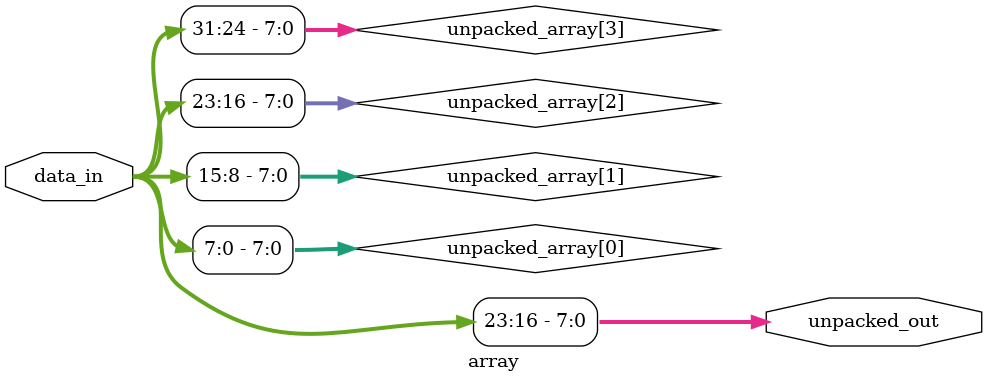
<source format=sv>
module array(
  
  input logic [31:0] data_in,
  
  output logic [7:0] unpacked_out
  
);
  
 logic [7:0] unpacked_array [4]; // treated as a single 32 bit vector

  always_comb begin
 

         unpacked_array[0] = data_in[7:0];
        unpacked_array[1] = data_in[15:8];
        unpacked_array[2] = data_in[23:16];
        unpacked_array[3] = data_in[31:24];

         unpacked_out = unpacked_array[2];// accessing 3 byte independently
     end

endmodule

</source>
